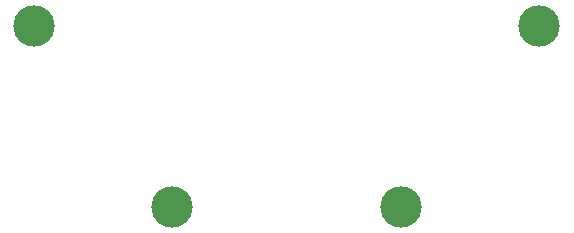
<source format=gtl>
G04 #@! TF.GenerationSoftware,KiCad,Pcbnew,(5.0.1)-3*
G04 #@! TF.CreationDate,2019-01-26T22:36:32-03:30*
G04 #@! TF.ProjectId,Battery Pack Side 2,42617474657279205061636B20536964,rev?*
G04 #@! TF.SameCoordinates,Original*
G04 #@! TF.FileFunction,Copper,L1,Top,Signal*
G04 #@! TF.FilePolarity,Positive*
%FSLAX46Y46*%
G04 Gerber Fmt 4.6, Leading zero omitted, Abs format (unit mm)*
G04 Created by KiCad (PCBNEW (5.0.1)-3) date 2019-01-26 10:36:32 PM*
%MOMM*%
%LPD*%
G01*
G04 APERTURE LIST*
G04 #@! TA.AperFunction,ComponentPad*
%ADD10C,3.500000*%
G04 #@! TD*
G04 APERTURE END LIST*
D10*
G04 #@! TO.P,REF\002A\002A,1*
G04 #@! TO.N,N/C*
X109700000Y-119650000D03*
G04 #@! TD*
G04 #@! TO.P,REF\002A\002A,1*
G04 #@! TO.N,N/C*
X121380000Y-104310000D03*
G04 #@! TD*
G04 #@! TO.P,REF\002A\002A,1*
G04 #@! TO.N,N/C*
X90300000Y-119650000D03*
G04 #@! TD*
G04 #@! TO.P,REF\002A\002A,1*
G04 #@! TO.N,N/C*
X78620000Y-104310000D03*
G04 #@! TD*
M02*

</source>
